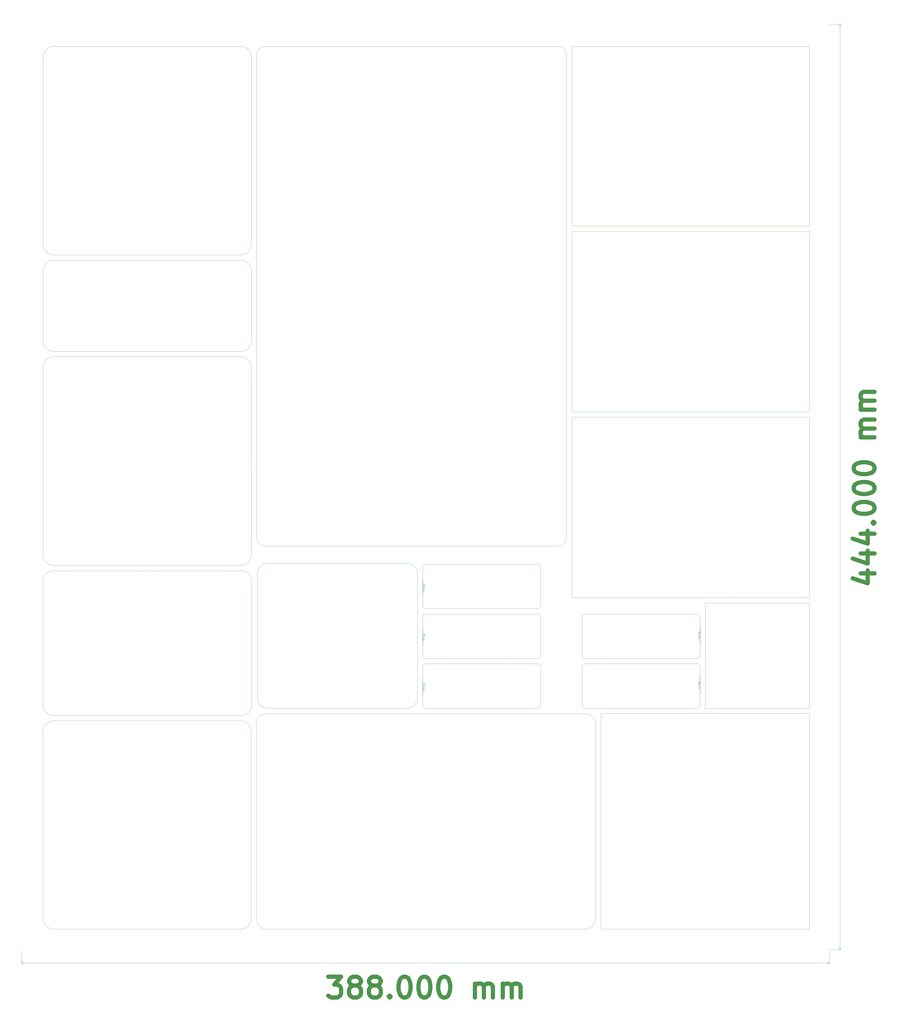
<source format=gbr>
G04 #@! TF.GenerationSoftware,KiCad,Pcbnew,(5.1.5)-3*
G04 #@! TF.CreationDate,2020-11-02T16:30:31-03:00*
G04 #@! TF.ProjectId,panel,70616e65-6c2e-46b6-9963-61645f706362,0.1*
G04 #@! TF.SameCoordinates,Original*
G04 #@! TF.FileFunction,OtherDrawing,Comment*
%FSLAX46Y46*%
G04 Gerber Fmt 4.6, Leading zero omitted, Abs format (unit mm)*
G04 Created by KiCad (PCBNEW (5.1.5)-3) date 2020-11-02 16:30:31*
%MOMM*%
%LPD*%
G04 APERTURE LIST*
%ADD10C,2.000000*%
%ADD11C,0.100000*%
%ADD12C,0.050000*%
%ADD13C,0.075000*%
G04 APERTURE END LIST*
D10*
X-253666666Y-443973826D02*
X-247476190Y-443973826D01*
X-250809523Y-447783350D01*
X-249380952Y-447783350D01*
X-248428571Y-448259540D01*
X-247952380Y-448735731D01*
X-247476190Y-449688112D01*
X-247476190Y-452069064D01*
X-247952380Y-453021445D01*
X-248428571Y-453497636D01*
X-249380952Y-453973826D01*
X-252238095Y-453973826D01*
X-253190476Y-453497636D01*
X-253666666Y-453021445D01*
X-241761904Y-448259540D02*
X-242714285Y-447783350D01*
X-243190476Y-447307159D01*
X-243666666Y-446354778D01*
X-243666666Y-445878588D01*
X-243190476Y-444926207D01*
X-242714285Y-444450017D01*
X-241761904Y-443973826D01*
X-239857142Y-443973826D01*
X-238904761Y-444450017D01*
X-238428571Y-444926207D01*
X-237952380Y-445878588D01*
X-237952380Y-446354778D01*
X-238428571Y-447307159D01*
X-238904761Y-447783350D01*
X-239857142Y-448259540D01*
X-241761904Y-448259540D01*
X-242714285Y-448735731D01*
X-243190476Y-449211921D01*
X-243666666Y-450164302D01*
X-243666666Y-452069064D01*
X-243190476Y-453021445D01*
X-242714285Y-453497636D01*
X-241761904Y-453973826D01*
X-239857142Y-453973826D01*
X-238904761Y-453497636D01*
X-238428571Y-453021445D01*
X-237952380Y-452069064D01*
X-237952380Y-450164302D01*
X-238428571Y-449211921D01*
X-238904761Y-448735731D01*
X-239857142Y-448259540D01*
X-232238095Y-448259540D02*
X-233190476Y-447783350D01*
X-233666666Y-447307159D01*
X-234142857Y-446354778D01*
X-234142857Y-445878588D01*
X-233666666Y-444926207D01*
X-233190476Y-444450017D01*
X-232238095Y-443973826D01*
X-230333333Y-443973826D01*
X-229380952Y-444450017D01*
X-228904761Y-444926207D01*
X-228428571Y-445878588D01*
X-228428571Y-446354778D01*
X-228904761Y-447307159D01*
X-229380952Y-447783350D01*
X-230333333Y-448259540D01*
X-232238095Y-448259540D01*
X-233190476Y-448735731D01*
X-233666666Y-449211921D01*
X-234142857Y-450164302D01*
X-234142857Y-452069064D01*
X-233666666Y-453021445D01*
X-233190476Y-453497636D01*
X-232238095Y-453973826D01*
X-230333333Y-453973826D01*
X-229380952Y-453497636D01*
X-228904761Y-453021445D01*
X-228428571Y-452069064D01*
X-228428571Y-450164302D01*
X-228904761Y-449211921D01*
X-229380952Y-448735731D01*
X-230333333Y-448259540D01*
X-224142857Y-453021445D02*
X-223666666Y-453497636D01*
X-224142857Y-453973826D01*
X-224619047Y-453497636D01*
X-224142857Y-453021445D01*
X-224142857Y-453973826D01*
X-217476190Y-443973826D02*
X-216523809Y-443973826D01*
X-215571428Y-444450017D01*
X-215095238Y-444926207D01*
X-214619047Y-445878588D01*
X-214142857Y-447783350D01*
X-214142857Y-450164302D01*
X-214619047Y-452069064D01*
X-215095238Y-453021445D01*
X-215571428Y-453497636D01*
X-216523809Y-453973826D01*
X-217476190Y-453973826D01*
X-218428571Y-453497636D01*
X-218904761Y-453021445D01*
X-219380952Y-452069064D01*
X-219857142Y-450164302D01*
X-219857142Y-447783350D01*
X-219380952Y-445878588D01*
X-218904761Y-444926207D01*
X-218428571Y-444450017D01*
X-217476190Y-443973826D01*
X-207952380Y-443973826D02*
X-207000000Y-443973826D01*
X-206047619Y-444450017D01*
X-205571428Y-444926207D01*
X-205095238Y-445878588D01*
X-204619047Y-447783350D01*
X-204619047Y-450164302D01*
X-205095238Y-452069064D01*
X-205571428Y-453021445D01*
X-206047619Y-453497636D01*
X-207000000Y-453973826D01*
X-207952380Y-453973826D01*
X-208904761Y-453497636D01*
X-209380952Y-453021445D01*
X-209857142Y-452069064D01*
X-210333333Y-450164302D01*
X-210333333Y-447783350D01*
X-209857142Y-445878588D01*
X-209380952Y-444926207D01*
X-208904761Y-444450017D01*
X-207952380Y-443973826D01*
X-198428571Y-443973826D02*
X-197476190Y-443973826D01*
X-196523809Y-444450017D01*
X-196047619Y-444926207D01*
X-195571428Y-445878588D01*
X-195095238Y-447783350D01*
X-195095238Y-450164302D01*
X-195571428Y-452069064D01*
X-196047619Y-453021445D01*
X-196523809Y-453497636D01*
X-197476190Y-453973826D01*
X-198428571Y-453973826D01*
X-199380952Y-453497636D01*
X-199857142Y-453021445D01*
X-200333333Y-452069064D01*
X-200809523Y-450164302D01*
X-200809523Y-447783350D01*
X-200333333Y-445878588D01*
X-199857142Y-444926207D01*
X-199380952Y-444450017D01*
X-198428571Y-443973826D01*
X-183190476Y-453973826D02*
X-183190476Y-447307159D01*
X-183190476Y-448259540D02*
X-182714285Y-447783350D01*
X-181761904Y-447307159D01*
X-180333333Y-447307159D01*
X-179380952Y-447783350D01*
X-178904761Y-448735731D01*
X-178904761Y-453973826D01*
X-178904761Y-448735731D02*
X-178428571Y-447783350D01*
X-177476190Y-447307159D01*
X-176047619Y-447307159D01*
X-175095238Y-447783350D01*
X-174619047Y-448735731D01*
X-174619047Y-453973826D01*
X-169857142Y-453973826D02*
X-169857142Y-447307159D01*
X-169857142Y-448259540D02*
X-169380952Y-447783350D01*
X-168428571Y-447307159D01*
X-167000000Y-447307159D01*
X-166047619Y-447783350D01*
X-165571428Y-448735731D01*
X-165571428Y-453973826D01*
X-165571428Y-448735731D02*
X-165095238Y-447783350D01*
X-164142857Y-447307159D01*
X-162714285Y-447307159D01*
X-161761904Y-447783350D01*
X-161285714Y-448735731D01*
X-161285714Y-453973826D01*
D11*
X-13000000Y-437350017D02*
X-401000000Y-437350017D01*
X-13000000Y-431000000D02*
X-13000000Y-437936438D01*
X-401000000Y-431000000D02*
X-401000000Y-437936438D01*
X-401000000Y-437350017D02*
X-399873496Y-436763596D01*
X-401000000Y-437350017D02*
X-399873496Y-437936438D01*
X-13000000Y-437350017D02*
X-14126504Y-436763596D01*
X-13000000Y-437350017D02*
X-14126504Y-437936438D01*
D10*
X2037142Y-250428571D02*
X8703809Y-250428571D01*
X-1772380Y-252809523D02*
X5370476Y-255190476D01*
X5370476Y-249000000D01*
X2037142Y-240904761D02*
X8703809Y-240904761D01*
X-1772380Y-243285714D02*
X5370476Y-245666666D01*
X5370476Y-239476190D01*
X2037142Y-231380952D02*
X8703809Y-231380952D01*
X-1772380Y-233761904D02*
X5370476Y-236142857D01*
X5370476Y-229952380D01*
X7751428Y-226142857D02*
X8227619Y-225666666D01*
X8703809Y-226142857D01*
X8227619Y-226619047D01*
X7751428Y-226142857D01*
X8703809Y-226142857D01*
X-1296190Y-219476190D02*
X-1296190Y-218523809D01*
X-820000Y-217571428D01*
X-343809Y-217095238D01*
X608571Y-216619047D01*
X2513333Y-216142857D01*
X4894285Y-216142857D01*
X6799047Y-216619047D01*
X7751428Y-217095238D01*
X8227619Y-217571428D01*
X8703809Y-218523809D01*
X8703809Y-219476190D01*
X8227619Y-220428571D01*
X7751428Y-220904761D01*
X6799047Y-221380952D01*
X4894285Y-221857142D01*
X2513333Y-221857142D01*
X608571Y-221380952D01*
X-343809Y-220904761D01*
X-820000Y-220428571D01*
X-1296190Y-219476190D01*
X-1296190Y-209952380D02*
X-1296190Y-209000000D01*
X-820000Y-208047619D01*
X-343809Y-207571428D01*
X608571Y-207095238D01*
X2513333Y-206619047D01*
X4894285Y-206619047D01*
X6799047Y-207095238D01*
X7751428Y-207571428D01*
X8227619Y-208047619D01*
X8703809Y-209000000D01*
X8703809Y-209952380D01*
X8227619Y-210904761D01*
X7751428Y-211380952D01*
X6799047Y-211857142D01*
X4894285Y-212333333D01*
X2513333Y-212333333D01*
X608571Y-211857142D01*
X-343809Y-211380952D01*
X-820000Y-210904761D01*
X-1296190Y-209952380D01*
X-1296190Y-200428571D02*
X-1296190Y-199476190D01*
X-819999Y-198523809D01*
X-343809Y-198047619D01*
X608571Y-197571428D01*
X2513333Y-197095238D01*
X4894285Y-197095238D01*
X6799047Y-197571428D01*
X7751428Y-198047619D01*
X8227619Y-198523809D01*
X8703809Y-199476190D01*
X8703809Y-200428571D01*
X8227619Y-201380952D01*
X7751428Y-201857142D01*
X6799047Y-202333333D01*
X4894285Y-202809523D01*
X2513333Y-202809523D01*
X608571Y-202333333D01*
X-343809Y-201857142D01*
X-819999Y-201380952D01*
X-1296190Y-200428571D01*
X8703809Y-185190476D02*
X2037142Y-185190476D01*
X2989523Y-185190476D02*
X2513333Y-184714285D01*
X2037142Y-183761904D01*
X2037142Y-182333333D01*
X2513333Y-181380952D01*
X3465714Y-180904761D01*
X8703809Y-180904761D01*
X3465714Y-180904761D02*
X2513333Y-180428571D01*
X2037142Y-179476190D01*
X2037142Y-178047619D01*
X2513333Y-177095238D01*
X3465714Y-176619047D01*
X8703809Y-176619047D01*
X8703809Y-171857142D02*
X2037142Y-171857142D01*
X2989523Y-171857142D02*
X2513333Y-171380952D01*
X2037142Y-170428571D01*
X2037142Y-169000000D01*
X2513333Y-168047619D01*
X3465714Y-167571428D01*
X8703809Y-167571428D01*
X3465714Y-167571428D02*
X2513333Y-167095238D01*
X2037142Y-166142857D01*
X2037142Y-164714285D01*
X2513333Y-163761904D01*
X3465714Y-163285714D01*
X8703809Y-163285714D01*
D11*
X-7920000Y-431000000D02*
X-7920000Y13000000D01*
X-13000000Y-431000000D02*
X-7333579Y-431000000D01*
X-13000000Y13000000D02*
X-7333579Y13000000D01*
X-7920000Y13000000D02*
X-7333579Y11873496D01*
X-7920000Y13000000D02*
X-8506421Y11873496D01*
X-7920000Y-431000000D02*
X-7333579Y-429873496D01*
X-7920000Y-431000000D02*
X-8506421Y-429873496D01*
X-208261026Y-313586240D02*
X-208261026Y-295298240D01*
X-208261026Y-295298240D02*
G75*
G02X-206737026Y-293774240I1524000J0D01*
G01*
X-206737026Y-315110240D02*
G75*
G02X-208261026Y-313586240I0J1524000D01*
G01*
X-153143026Y-293774240D02*
G75*
G02X-151619026Y-295298240I0J-1524000D01*
G01*
X-151619026Y-295298240D02*
X-151619026Y-313586240D01*
X-151619026Y-313586240D02*
G75*
G02X-153143026Y-315110240I-1524000J0D01*
G01*
X-153143026Y-315110240D02*
X-206737026Y-315110240D01*
X-206737026Y-293774240D02*
X-153143026Y-293774240D01*
X-151644426Y-289710240D02*
G75*
G02X-153168426Y-291234240I-1524000J0D01*
G01*
X-208286426Y-289710240D02*
X-208286426Y-271422240D01*
X-151644426Y-271422240D02*
X-151644426Y-289710240D01*
X-153168426Y-291234240D02*
X-206762426Y-291234240D01*
X-153168426Y-269898240D02*
G75*
G02X-151644426Y-271422240I0J-1524000D01*
G01*
X-206762426Y-269898240D02*
X-153168426Y-269898240D01*
X-206762426Y-291234240D02*
G75*
G02X-208286426Y-289710240I0J1524000D01*
G01*
X-208286426Y-271422240D02*
G75*
G02X-206762426Y-269898240I1524000J0D01*
G01*
X-206762426Y-245996840D02*
X-153168426Y-245996840D01*
X-208286426Y-265808840D02*
X-208286426Y-247520840D01*
X-151644426Y-247520840D02*
X-151644426Y-265808840D01*
X-153168426Y-267332840D02*
X-206762426Y-267332840D01*
X-151644426Y-265808840D02*
G75*
G02X-153168426Y-267332840I-1524000J0D01*
G01*
X-206762426Y-267332840D02*
G75*
G02X-208286426Y-265808840I0J1524000D01*
G01*
X-208286426Y-247520840D02*
G75*
G02X-206762426Y-245996840I1524000J0D01*
G01*
X-153168426Y-245996840D02*
G75*
G02X-151644426Y-247520840I0J-1524000D01*
G01*
X-76650774Y-291238560D02*
X-130244774Y-291238560D01*
X-75126774Y-271426560D02*
X-75126774Y-289714560D01*
X-131768774Y-289714560D02*
X-131768774Y-271426560D01*
X-130244774Y-269902560D02*
X-76650774Y-269902560D01*
X-131768774Y-271426560D02*
G75*
G02X-130244774Y-269902560I1524000J0D01*
G01*
X-76650774Y-269902560D02*
G75*
G02X-75126774Y-271426560I0J-1524000D01*
G01*
X-75126774Y-289714560D02*
G75*
G02X-76650774Y-291238560I-1524000J0D01*
G01*
X-130244774Y-291238560D02*
G75*
G02X-131768774Y-289714560I0J1524000D01*
G01*
D12*
X-210820000Y-310057800D02*
G75*
G02X-215900000Y-315137800I-5080000J0D01*
G01*
X-287832800Y-310055640D02*
X-287832800Y-250623960D01*
X-210820000Y-309958360D02*
X-210820000Y-250444000D01*
X-282752800Y-315135640D02*
X-215900000Y-315137800D01*
X-282752800Y-245541800D02*
X-215900000Y-245516400D01*
X-215900000Y-245516400D02*
G75*
G02X-210820000Y-250596400I0J-5080000D01*
G01*
X-282752800Y-315135640D02*
G75*
G02X-287832800Y-310055640I0J5080000D01*
G01*
X-287832800Y-250621800D02*
G75*
G02X-282752800Y-245541800I5080000J0D01*
G01*
X-22606000Y-421131040D02*
X-22606000Y-317703200D01*
D11*
X-136645574Y-175439960D02*
X-22599574Y-175439960D01*
X-136645574Y-262053960D02*
X-136645574Y-175439960D01*
X-22599574Y-262053960D02*
X-136645574Y-262053960D01*
X-22599574Y-175439960D02*
X-22599574Y-262053960D01*
D12*
X-22606000Y-421131040D02*
X-122682000Y-421132000D01*
X-122682000Y-317703200D02*
X-22606000Y-317703200D01*
X-122682000Y-421132000D02*
X-122682000Y-317703200D01*
D11*
X-22599574Y-172899960D02*
X-136645574Y-172899960D01*
X-22599574Y-86285960D02*
X-22599574Y-172899960D01*
X-136645574Y-86285960D02*
X-22599574Y-86285960D01*
X-136645574Y-172899960D02*
X-136645574Y-86285960D01*
D12*
X-288200174Y-322784160D02*
X-288195174Y-416074160D01*
X-269810574Y-317704160D02*
X-283120174Y-317704160D01*
X-125237574Y-322784160D02*
X-125237574Y-416004161D01*
X-130336775Y-421150199D02*
X-269806006Y-421150199D01*
X-269810574Y-317704160D02*
X-130317574Y-317704160D01*
X-130317574Y-317704160D02*
G75*
G02X-125237574Y-322784160I0J-5080000D01*
G01*
X-283113151Y-421154522D02*
G75*
G02X-288195174Y-416074160I66557J5148602D01*
G01*
X-288200174Y-322784160D02*
G75*
G02X-283120174Y-317704160I5080000J0D01*
G01*
X-125241285Y-416007252D02*
G75*
G02X-130336775Y-421150199I-5146289J3092D01*
G01*
X-269806006Y-421150199D02*
X-283115606Y-421150199D01*
X-390723074Y-326239760D02*
X-390723074Y-416079760D01*
X-290723074Y-416079760D02*
G75*
G02X-295803074Y-421159760I-5080000J0D01*
G01*
X-385643074Y-421159760D02*
X-295803074Y-421159760D01*
X-295803074Y-321159760D02*
G75*
G02X-290723074Y-326239760I0J-5080000D01*
G01*
X-290723074Y-326239760D02*
X-290723074Y-416079760D01*
X-385643074Y-421159760D02*
G75*
G02X-390723074Y-416079760I0J5080000D01*
G01*
X-390723074Y-326239760D02*
G75*
G02X-385643074Y-321159760I5080000J0D01*
G01*
X-385643074Y-321159760D02*
X-295803074Y-321159760D01*
D11*
X-22574174Y2468800D02*
X-22574174Y-83745960D01*
X-136620174Y-83745960D02*
X-136620174Y2468800D01*
X-136622800Y2468800D02*
X-22576800Y2468800D01*
X-22574174Y-83745960D02*
X-136620174Y-83745960D01*
D12*
X-295649574Y-100154360D02*
G75*
G02X-290569574Y-105234360I0J-5080000D01*
G01*
X-290569574Y-138813160D02*
G75*
G02X-295649574Y-143893160I-5080000J0D01*
G01*
X-390645574Y-105234360D02*
G75*
G02X-385565574Y-100154360I5080000J0D01*
G01*
X-290569574Y-138813160D02*
X-290569574Y-105234360D01*
X-385565574Y-143893160D02*
G75*
G02X-390645574Y-138813160I0J5080000D01*
G01*
X-295649574Y-100154360D02*
X-385565574Y-100154360D01*
X-390645574Y-138813160D02*
X-390645574Y-105234360D01*
X-385565574Y-143893160D02*
X-295649574Y-143893160D01*
X-290578289Y-92487562D02*
X-290593780Y-2622360D01*
X-290578290Y-92490653D02*
G75*
G02X-295673780Y-97633600I-5146289J3092D01*
G01*
X-385589774Y-97618360D02*
X-295673780Y-97633600D01*
X-390669780Y-2622360D02*
X-390669780Y-92538360D01*
X-295673780Y2457640D02*
X-385589780Y2457640D01*
X-390669780Y-2622360D02*
G75*
G02X-385589780Y2457640I5080000J0D01*
G01*
X-295673780Y2457640D02*
G75*
G02X-290593780Y-2622360I0J-5080000D01*
G01*
X-385587757Y-97618722D02*
G75*
G02X-390669780Y-92538360I66557J5148602D01*
G01*
X-295725774Y-146433160D02*
X-385590974Y-146433160D01*
X-385590974Y-246559960D02*
X-295674974Y-246559960D01*
X-290594974Y-241479960D02*
G75*
G02X-295674974Y-246559960I-5080000J0D01*
G01*
X-390670974Y-151513160D02*
X-390670974Y-241479960D01*
X-290594974Y-241479960D02*
X-290645774Y-151513160D01*
X-390670974Y-151513160D02*
G75*
G02X-385590974Y-146433160I5080000J0D01*
G01*
X-385590974Y-246559960D02*
G75*
G02X-390670974Y-241479960I0J5080000D01*
G01*
X-295725774Y-146433160D02*
G75*
G02X-290645774Y-151513160I0J-5080000D01*
G01*
X-385641774Y-318619760D02*
X-295471774Y-318619760D01*
X-390721774Y-313539760D02*
X-390721774Y-254205360D01*
X-385641774Y-249125360D02*
X-295471774Y-249125360D01*
X-290391774Y-313539760D02*
X-290391774Y-254205360D01*
X-290391774Y-313539760D02*
G75*
G02X-295471774Y-318619760I-5080000J0D01*
G01*
X-390721774Y-254205360D02*
G75*
G02X-385641774Y-249125360I5080000J0D01*
G01*
X-385641774Y-318619760D02*
G75*
G02X-390721774Y-313539760I0J5080000D01*
G01*
X-295471774Y-249125360D02*
G75*
G02X-290391774Y-254205360I0J-5080000D01*
G01*
D11*
X-131768774Y-295327960D02*
G75*
G02X-130244774Y-293803960I1524000J0D01*
G01*
X-130244774Y-315139960D02*
G75*
G02X-131768774Y-313615960I0J1524000D01*
G01*
X-75126774Y-313615960D02*
G75*
G02X-76650774Y-315139960I-1524000J0D01*
G01*
X-76650774Y-293803960D02*
G75*
G02X-75126774Y-295327960I0J-1524000D01*
G01*
X-130244774Y-293803960D02*
X-76650774Y-293803960D01*
X-131768774Y-313615960D02*
X-131768774Y-295327960D01*
X-76650774Y-315139960D02*
X-130244774Y-315139960D01*
X-75126774Y-295327960D02*
X-75126774Y-313615960D01*
D12*
X-288029574Y-1602360D02*
G75*
G02X-283965574Y2461640I4064000J0D01*
G01*
X-143249574Y2461640D02*
G75*
G02X-139185574Y-1602360I0J-4064000D01*
G01*
X-283965574Y-237314360D02*
G75*
G02X-288029574Y-233250360I0J4064000D01*
G01*
X-139185574Y-233250360D02*
G75*
G02X-143249574Y-237314360I-4064000J0D01*
G01*
X-283965574Y-237314360D02*
X-143249574Y-237314360D01*
X-288029574Y-1602360D02*
X-288029574Y-233250360D01*
X-143249574Y2461640D02*
X-283965574Y2461640D01*
X-139185574Y-233250360D02*
X-139185574Y-1602360D01*
D11*
X-22601800Y-264637600D02*
X-22606000Y-315163200D01*
X-72601800Y-264637600D02*
X-22601800Y-264637600D01*
X-72618600Y-315163200D02*
X-72601800Y-264637600D01*
X-22606000Y-315163200D02*
X-72606000Y-315163200D01*
X-208369600Y-277000800D02*
X-208369600Y-285000800D01*
X-208344200Y-300876800D02*
X-208344200Y-308876800D01*
X-75059400Y-284110800D02*
X-75059400Y-276110800D01*
X-75059400Y-308012200D02*
X-75059400Y-300012200D01*
D12*
X-150304200Y-254738400D02*
G75*
G03X-150304200Y-254738400I-60000J0D01*
G01*
X-150304200Y-259862400D02*
G75*
G03X-150304200Y-259862400I-60000J0D01*
G01*
X-150278800Y-282925600D02*
G75*
G03X-150278800Y-282925600I-60000J0D01*
G01*
X-150278800Y-277801600D02*
G75*
G03X-150278800Y-277801600I-60000J0D01*
G01*
X-150278800Y-301398200D02*
G75*
G03X-150278800Y-301398200I-60000J0D01*
G01*
X-150278800Y-306522200D02*
G75*
G03X-150278800Y-306522200I-60000J0D01*
G01*
X-132981400Y-277490000D02*
G75*
G03X-132981400Y-277490000I-60000J0D01*
G01*
X-132981400Y-282614000D02*
G75*
G03X-132981400Y-282614000I-60000J0D01*
G01*
X-133006800Y-306210600D02*
G75*
G03X-133006800Y-306210600I-60000J0D01*
G01*
X-133006800Y-301086600D02*
G75*
G03X-133006800Y-301086600I-60000J0D01*
G01*
X-123812000Y-263342200D02*
G75*
G03X-123812000Y-263342200I-60000J0D01*
G01*
X-118688000Y-263342200D02*
G75*
G03X-118688000Y-263342200I-60000J0D01*
G01*
X-80588000Y-263316800D02*
G75*
G03X-80588000Y-263316800I-60000J0D01*
G01*
X-85712000Y-263316800D02*
G75*
G03X-85712000Y-263316800I-60000J0D01*
G01*
X-85756000Y-268574600D02*
G75*
G03X-85756000Y-268574600I-60000J0D01*
G01*
X-80632000Y-268574600D02*
G75*
G03X-80632000Y-268574600I-60000J0D01*
G01*
X-118732000Y-268600000D02*
G75*
G03X-118732000Y-268600000I-60000J0D01*
G01*
X-123856000Y-268600000D02*
G75*
G03X-123856000Y-268600000I-60000J0D01*
G01*
X-204120000Y-244724000D02*
G75*
G03X-204120000Y-244724000I-60000J0D01*
G01*
X-198996000Y-244724000D02*
G75*
G03X-198996000Y-244724000I-60000J0D01*
G01*
X-160896000Y-244698600D02*
G75*
G03X-160896000Y-244698600I-60000J0D01*
G01*
X-166020000Y-244698600D02*
G75*
G03X-166020000Y-244698600I-60000J0D01*
G01*
X-225456000Y-244216000D02*
G75*
G03X-225456000Y-244216000I-60000J0D01*
G01*
X-220332000Y-244216000D02*
G75*
G03X-220332000Y-244216000I-60000J0D01*
G01*
X-275526200Y-244241400D02*
G75*
G03X-275526200Y-244241400I-60000J0D01*
G01*
X-280650200Y-244241400D02*
G75*
G03X-280650200Y-244241400I-60000J0D01*
G01*
X-21246800Y-279268000D02*
G75*
G03X-21246800Y-279268000I-60000J0D01*
G01*
X-21246800Y-274144000D02*
G75*
G03X-21246800Y-274144000I-60000J0D01*
G01*
X-21246800Y-303100000D02*
G75*
G03X-21246800Y-303100000I-60000J0D01*
G01*
X-21246800Y-308224000D02*
G75*
G03X-21246800Y-308224000I-60000J0D01*
G01*
X-21246800Y-374264000D02*
G75*
G03X-21246800Y-374264000I-60000J0D01*
G01*
X-21246800Y-369140000D02*
G75*
G03X-21246800Y-369140000I-60000J0D01*
G01*
X-21246800Y-409780000D02*
G75*
G03X-21246800Y-409780000I-60000J0D01*
G01*
X-21246800Y-414904000D02*
G75*
G03X-21246800Y-414904000I-60000J0D01*
G01*
X-21246800Y-327992000D02*
G75*
G03X-21246800Y-327992000I-60000J0D01*
G01*
X-21246800Y-333116000D02*
G75*
G03X-21246800Y-333116000I-60000J0D01*
G01*
X-21246800Y-216105000D02*
G75*
G03X-21246800Y-216105000I-60000J0D01*
G01*
X-21246800Y-221229000D02*
G75*
G03X-21246800Y-221229000I-60000J0D01*
G01*
X-21246800Y-257424000D02*
G75*
G03X-21246800Y-257424000I-60000J0D01*
G01*
X-21246800Y-252300000D02*
G75*
G03X-21246800Y-252300000I-60000J0D01*
G01*
X-21246800Y-187828000D02*
G75*
G03X-21246800Y-187828000I-60000J0D01*
G01*
X-21246800Y-182704000D02*
G75*
G03X-21246800Y-182704000I-60000J0D01*
G01*
X-21246800Y-162892000D02*
G75*
G03X-21246800Y-162892000I-60000J0D01*
G01*
X-21246800Y-168016000D02*
G75*
G03X-21246800Y-168016000I-60000J0D01*
G01*
X-21246800Y-131821000D02*
G75*
G03X-21246800Y-131821000I-60000J0D01*
G01*
X-21246800Y-126697000D02*
G75*
G03X-21246800Y-126697000I-60000J0D01*
G01*
X-21246800Y-93296000D02*
G75*
G03X-21246800Y-93296000I-60000J0D01*
G01*
X-21246800Y-98420000D02*
G75*
G03X-21246800Y-98420000I-60000J0D01*
G01*
X-21246800Y-36781000D02*
G75*
G03X-21246800Y-36781000I-60000J0D01*
G01*
X-21246800Y-41905000D02*
G75*
G03X-21246800Y-41905000I-60000J0D01*
G01*
X-21246800Y-78100000D02*
G75*
G03X-21246800Y-78100000I-60000J0D01*
G01*
X-21246800Y-72976000D02*
G75*
G03X-21246800Y-72976000I-60000J0D01*
G01*
X-21246800Y-8504000D02*
G75*
G03X-21246800Y-8504000I-60000J0D01*
G01*
X-21246800Y-3380000D02*
G75*
G03X-21246800Y-3380000I-60000J0D01*
G01*
X-391909000Y-123991000D02*
G75*
G03X-391909000Y-123991000I-60000J0D01*
G01*
X-391909000Y-118867000D02*
G75*
G03X-391909000Y-118867000I-60000J0D01*
G01*
X-391909000Y-260345000D02*
G75*
G03X-391909000Y-260345000I-60000J0D01*
G01*
X-391909000Y-265469000D02*
G75*
G03X-391909000Y-265469000I-60000J0D01*
G01*
X-391909000Y-307379000D02*
G75*
G03X-391909000Y-307379000I-60000J0D01*
G01*
X-391909000Y-302255000D02*
G75*
G03X-391909000Y-302255000I-60000J0D01*
G01*
X-391909000Y-336589000D02*
G75*
G03X-391909000Y-336589000I-60000J0D01*
G01*
X-391909000Y-331465000D02*
G75*
G03X-391909000Y-331465000I-60000J0D01*
G01*
X-391909000Y-367025000D02*
G75*
G03X-391909000Y-367025000I-60000J0D01*
G01*
X-391909000Y-372149000D02*
G75*
G03X-391909000Y-372149000I-60000J0D01*
G01*
X-391909000Y-414059000D02*
G75*
G03X-391909000Y-414059000I-60000J0D01*
G01*
X-391909000Y-408935000D02*
G75*
G03X-391909000Y-408935000I-60000J0D01*
G01*
X-391909000Y-233040000D02*
G75*
G03X-391909000Y-233040000I-60000J0D01*
G01*
X-391909000Y-238164000D02*
G75*
G03X-391909000Y-238164000I-60000J0D01*
G01*
X-391909000Y-196254000D02*
G75*
G03X-391909000Y-196254000I-60000J0D01*
G01*
X-391909000Y-191130000D02*
G75*
G03X-391909000Y-191130000I-60000J0D01*
G01*
X-391909000Y-155570000D02*
G75*
G03X-391909000Y-155570000I-60000J0D01*
G01*
X-391909000Y-160694000D02*
G75*
G03X-391909000Y-160694000I-60000J0D01*
G01*
X-391909000Y-89574000D02*
G75*
G03X-391909000Y-89574000I-60000J0D01*
G01*
X-391909000Y-84450000D02*
G75*
G03X-391909000Y-84450000I-60000J0D01*
G01*
X-391909000Y-12104000D02*
G75*
G03X-391909000Y-12104000I-60000J0D01*
G01*
X-391909000Y-6980000D02*
G75*
G03X-391909000Y-6980000I-60000J0D01*
G01*
X-391909000Y-42540000D02*
G75*
G03X-391909000Y-42540000I-60000J0D01*
G01*
X-391909000Y-47664000D02*
G75*
G03X-391909000Y-47664000I-60000J0D01*
G01*
X-280199800Y-238602600D02*
G75*
G03X-280199800Y-238602600I-60000J0D01*
G01*
X-275075800Y-238602600D02*
G75*
G03X-275075800Y-238602600I-60000J0D01*
G01*
X-145789800Y-238602600D02*
G75*
G03X-145789800Y-238602600I-60000J0D01*
G01*
X-150913800Y-238602600D02*
G75*
G03X-150913800Y-238602600I-60000J0D01*
G01*
X-233165800Y-238602600D02*
G75*
G03X-233165800Y-238602600I-60000J0D01*
G01*
X-238289800Y-238602600D02*
G75*
G03X-238289800Y-238602600I-60000J0D01*
G01*
X-197649800Y-238602600D02*
G75*
G03X-197649800Y-238602600I-60000J0D01*
G01*
X-192525800Y-238602600D02*
G75*
G03X-192525800Y-238602600I-60000J0D01*
G01*
X-113398000Y-422447800D02*
G75*
G03X-113398000Y-422447800I-60000J0D01*
G01*
X-108274000Y-422447800D02*
G75*
G03X-108274000Y-422447800I-60000J0D01*
G01*
X-280911000Y-422447800D02*
G75*
G03X-280911000Y-422447800I-60000J0D01*
G01*
X-275787000Y-422447800D02*
G75*
G03X-275787000Y-422447800I-60000J0D01*
G01*
X-383501600Y-422422400D02*
G75*
G03X-383501600Y-422422400I-60000J0D01*
G01*
X-378377600Y-422422400D02*
G75*
G03X-378377600Y-422422400I-60000J0D01*
G01*
X-306031600Y-422447800D02*
G75*
G03X-306031600Y-422447800I-60000J0D01*
G01*
X-300907600Y-422447800D02*
G75*
G03X-300907600Y-422447800I-60000J0D01*
G01*
X-31642200Y-422422400D02*
G75*
G03X-31642200Y-422422400I-60000J0D01*
G01*
X-36766200Y-422422400D02*
G75*
G03X-36766200Y-422422400I-60000J0D01*
G01*
X-133496200Y-422447800D02*
G75*
G03X-133496200Y-422447800I-60000J0D01*
G01*
X-138620200Y-422447800D02*
G75*
G03X-138620200Y-422447800I-60000J0D01*
G01*
X-220872200Y-422447800D02*
G75*
G03X-220872200Y-422447800I-60000J0D01*
G01*
X-225996200Y-422447800D02*
G75*
G03X-225996200Y-422447800I-60000J0D01*
G01*
X-342817600Y-422447800D02*
G75*
G03X-342817600Y-422447800I-60000J0D01*
G01*
X-347941600Y-422447800D02*
G75*
G03X-347941600Y-422447800I-60000J0D01*
G01*
X-78676200Y-422422400D02*
G75*
G03X-78676200Y-422422400I-60000J0D01*
G01*
X-73552200Y-422422400D02*
G75*
G03X-73552200Y-422422400I-60000J0D01*
G01*
X-185356200Y-422447800D02*
G75*
G03X-185356200Y-422447800I-60000J0D01*
G01*
X-180232200Y-422447800D02*
G75*
G03X-180232200Y-422447800I-60000J0D01*
G01*
X-114966000Y3738800D02*
G75*
G03X-114966000Y3738800I-60000J0D01*
G01*
X-109842000Y3738800D02*
G75*
G03X-109842000Y3738800I-60000J0D01*
G01*
X-37496000Y3738800D02*
G75*
G03X-37496000Y3738800I-60000J0D01*
G01*
X-32372000Y3738800D02*
G75*
G03X-32372000Y3738800I-60000J0D01*
G01*
X-67932000Y3738800D02*
G75*
G03X-67932000Y3738800I-60000J0D01*
G01*
X-73056000Y3738800D02*
G75*
G03X-73056000Y3738800I-60000J0D01*
G01*
X-379082000Y3738800D02*
G75*
G03X-379082000Y3738800I-60000J0D01*
G01*
X-384206000Y3738800D02*
G75*
G03X-384206000Y3738800I-60000J0D01*
G01*
X-342296000Y3738800D02*
G75*
G03X-342296000Y3738800I-60000J0D01*
G01*
X-337172000Y3738800D02*
G75*
G03X-337172000Y3738800I-60000J0D01*
G01*
X-301612000Y3738800D02*
G75*
G03X-301612000Y3738800I-60000J0D01*
G01*
X-306736000Y3738800D02*
G75*
G03X-306736000Y3738800I-60000J0D01*
G01*
X-235616000Y3738800D02*
G75*
G03X-235616000Y3738800I-60000J0D01*
G01*
X-230492000Y3738800D02*
G75*
G03X-230492000Y3738800I-60000J0D01*
G01*
X-189852000Y3738800D02*
G75*
G03X-189852000Y3738800I-60000J0D01*
G01*
X-194976000Y3738800D02*
G75*
G03X-194976000Y3738800I-60000J0D01*
G01*
X-153066000Y3738800D02*
G75*
G03X-153066000Y3738800I-60000J0D01*
G01*
X-147942000Y3738800D02*
G75*
G03X-147942000Y3738800I-60000J0D01*
G01*
X-277228000Y3738800D02*
G75*
G03X-277228000Y3738800I-60000J0D01*
G01*
X-282352000Y3738800D02*
G75*
G03X-282352000Y3738800I-60000J0D01*
G01*
X-160932000Y-316433200D02*
G75*
G03X-160932000Y-316433200I-60000J0D01*
G01*
X-166056000Y-316433200D02*
G75*
G03X-166056000Y-316433200I-60000J0D01*
G01*
X-204486200Y-316407800D02*
G75*
G03X-204486200Y-316407800I-60000J0D01*
G01*
X-199362200Y-316407800D02*
G75*
G03X-199362200Y-316407800I-60000J0D01*
G01*
X-209490000Y-307162200D02*
G75*
G03X-209490000Y-307162200I-60000J0D01*
G01*
X-209490000Y-302038200D02*
G75*
G03X-209490000Y-302038200I-60000J0D01*
G01*
X-166081400Y-292506400D02*
G75*
G03X-166081400Y-292506400I-60000J0D01*
G01*
X-160957400Y-292506400D02*
G75*
G03X-160957400Y-292506400I-60000J0D01*
G01*
X-199387600Y-292481000D02*
G75*
G03X-199387600Y-292481000I-60000J0D01*
G01*
X-204511600Y-292481000D02*
G75*
G03X-204511600Y-292481000I-60000J0D01*
G01*
X-209490000Y-259359400D02*
G75*
G03X-209490000Y-259359400I-60000J0D01*
G01*
X-209490000Y-254235400D02*
G75*
G03X-209490000Y-254235400I-60000J0D01*
G01*
X-160982800Y-268630400D02*
G75*
G03X-160982800Y-268630400I-60000J0D01*
G01*
X-166106800Y-268630400D02*
G75*
G03X-166106800Y-268630400I-60000J0D01*
G01*
X-204537000Y-268605000D02*
G75*
G03X-204537000Y-268605000I-60000J0D01*
G01*
X-199413000Y-268605000D02*
G75*
G03X-199413000Y-268605000I-60000J0D01*
G01*
X-209490000Y-278136800D02*
G75*
G03X-209490000Y-278136800I-60000J0D01*
G01*
X-209490000Y-283260800D02*
G75*
G03X-209490000Y-283260800I-60000J0D01*
G01*
X-83880200Y-292531800D02*
G75*
G03X-83880200Y-292531800I-60000J0D01*
G01*
X-78756200Y-292531800D02*
G75*
G03X-78756200Y-292531800I-60000J0D01*
G01*
X-73803200Y-277876000D02*
G75*
G03X-73803200Y-277876000I-60000J0D01*
G01*
X-73803200Y-283000000D02*
G75*
G03X-73803200Y-283000000I-60000J0D01*
G01*
X-117186400Y-292506400D02*
G75*
G03X-117186400Y-292506400I-60000J0D01*
G01*
X-122310400Y-292506400D02*
G75*
G03X-122310400Y-292506400I-60000J0D01*
G01*
X-73803200Y-306901400D02*
G75*
G03X-73803200Y-306901400I-60000J0D01*
G01*
X-73803200Y-301777400D02*
G75*
G03X-73803200Y-301777400I-60000J0D01*
G01*
X-122310400Y-316407800D02*
G75*
G03X-122310400Y-316407800I-60000J0D01*
G01*
X-117186400Y-316407800D02*
G75*
G03X-117186400Y-316407800I-60000J0D01*
G01*
X-78756200Y-316433200D02*
G75*
G03X-78756200Y-316433200I-60000J0D01*
G01*
X-83880200Y-316433200D02*
G75*
G03X-83880200Y-316433200I-60000J0D01*
G01*
X-289042800Y-256540000D02*
G75*
G03X-289042800Y-256540000I-60000J0D01*
G01*
X-289042800Y-261664000D02*
G75*
G03X-289042800Y-261664000I-60000J0D01*
G01*
X-289042800Y-309924000D02*
G75*
G03X-289042800Y-309924000I-60000J0D01*
G01*
X-289042800Y-304800000D02*
G75*
G03X-289042800Y-304800000I-60000J0D01*
G01*
X-275955374Y-316433200D02*
G75*
G03X-275955374Y-316433200I-60000J0D01*
G01*
X-281079374Y-316433200D02*
G75*
G03X-281079374Y-316433200I-60000J0D01*
G01*
X-223504000Y-316433200D02*
G75*
G03X-223504000Y-316433200I-60000J0D01*
G01*
X-218380000Y-316433200D02*
G75*
G03X-218380000Y-316433200I-60000J0D01*
G01*
X-29962800Y-316433200D02*
G75*
G03X-29962800Y-316433200I-60000J0D01*
G01*
X-35086800Y-316433200D02*
G75*
G03X-35086800Y-316433200I-60000J0D01*
G01*
X-65414400Y-316433200D02*
G75*
G03X-65414400Y-316433200I-60000J0D01*
G01*
X-60290400Y-316433200D02*
G75*
G03X-60290400Y-316433200I-60000J0D01*
G01*
X-60290400Y-263347200D02*
G75*
G03X-60290400Y-263347200I-60000J0D01*
G01*
X-65414400Y-263347200D02*
G75*
G03X-65414400Y-263347200I-60000J0D01*
G01*
X-35086800Y-263347200D02*
G75*
G03X-35086800Y-263347200I-60000J0D01*
G01*
X-29962800Y-263347200D02*
G75*
G03X-29962800Y-263347200I-60000J0D01*
G01*
X-123915240Y-328085374D02*
G75*
G03X-123915240Y-328085374I-60000J0D01*
G01*
X-123915240Y-333209374D02*
G75*
G03X-123915240Y-333209374I-60000J0D01*
G01*
X-123915240Y-415759374D02*
G75*
G03X-123915240Y-415759374I-60000J0D01*
G01*
X-123915240Y-410635374D02*
G75*
G03X-123915240Y-410635374I-60000J0D01*
G01*
X-123915240Y-368852374D02*
G75*
G03X-123915240Y-368852374I-60000J0D01*
G01*
X-123915240Y-373976374D02*
G75*
G03X-123915240Y-373976374I-60000J0D01*
G01*
X-137836600Y-220643000D02*
G75*
G03X-137836600Y-220643000I-60000J0D01*
G01*
X-137836600Y-215519000D02*
G75*
G03X-137836600Y-215519000I-60000J0D01*
G01*
X-137836600Y-187750000D02*
G75*
G03X-137836600Y-187750000I-60000J0D01*
G01*
X-137836600Y-182626000D02*
G75*
G03X-137836600Y-182626000I-60000J0D01*
G01*
X-82007400Y-174167800D02*
G75*
G03X-82007400Y-174167800I-60000J0D01*
G01*
X-76883400Y-174167800D02*
G75*
G03X-76883400Y-174167800I-60000J0D01*
G01*
X-127930600Y-174167800D02*
G75*
G03X-127930600Y-174167800I-60000J0D01*
G01*
X-122806600Y-174167800D02*
G75*
G03X-122806600Y-174167800I-60000J0D01*
G01*
X-31341200Y-174167800D02*
G75*
G03X-31341200Y-174167800I-60000J0D01*
G01*
X-36465200Y-174167800D02*
G75*
G03X-36465200Y-174167800I-60000J0D01*
G01*
X-76883400Y-85013800D02*
G75*
G03X-76883400Y-85013800I-60000J0D01*
G01*
X-82007400Y-85013800D02*
G75*
G03X-82007400Y-85013800I-60000J0D01*
G01*
X-36465200Y-85013800D02*
G75*
G03X-36465200Y-85013800I-60000J0D01*
G01*
X-31341200Y-85013800D02*
G75*
G03X-31341200Y-85013800I-60000J0D01*
G01*
X-122806600Y-85013800D02*
G75*
G03X-122806600Y-85013800I-60000J0D01*
G01*
X-127930600Y-85013800D02*
G75*
G03X-127930600Y-85013800I-60000J0D01*
G01*
X-137836600Y-167557000D02*
G75*
G03X-137836600Y-167557000I-60000J0D01*
G01*
X-137836600Y-162433000D02*
G75*
G03X-137836600Y-162433000I-60000J0D01*
G01*
X-137836600Y-126365000D02*
G75*
G03X-137836600Y-126365000I-60000J0D01*
G01*
X-137836600Y-131489000D02*
G75*
G03X-137836600Y-131489000I-60000J0D01*
G01*
X-137836600Y-93472000D02*
G75*
G03X-137836600Y-93472000I-60000J0D01*
G01*
X-137836600Y-98596000D02*
G75*
G03X-137836600Y-98596000I-60000J0D01*
G01*
X-137836600Y-8807000D02*
G75*
G03X-137836600Y-8807000I-60000J0D01*
G01*
X-137836600Y-3683000D02*
G75*
G03X-137836600Y-3683000I-60000J0D01*
G01*
X-137836600Y-72644000D02*
G75*
G03X-137836600Y-72644000I-60000J0D01*
G01*
X-137836600Y-77768000D02*
G75*
G03X-137836600Y-77768000I-60000J0D01*
G01*
X-137836600Y-41700000D02*
G75*
G03X-137836600Y-41700000I-60000J0D01*
G01*
X-137836600Y-36576000D02*
G75*
G03X-137836600Y-36576000I-60000J0D01*
G01*
X-289396240Y-410635374D02*
G75*
G03X-289396240Y-410635374I-60000J0D01*
G01*
X-289396240Y-415759374D02*
G75*
G03X-289396240Y-415759374I-60000J0D01*
G01*
X-289396240Y-373976374D02*
G75*
G03X-289396240Y-373976374I-60000J0D01*
G01*
X-289396240Y-368852374D02*
G75*
G03X-289396240Y-368852374I-60000J0D01*
G01*
X-289396240Y-333209374D02*
G75*
G03X-289396240Y-333209374I-60000J0D01*
G01*
X-289396240Y-328085374D02*
G75*
G03X-289396240Y-328085374I-60000J0D01*
G01*
X-289264974Y-159050160D02*
G75*
G03X-289264974Y-159050160I-60000J0D01*
G01*
X-289264974Y-153926160D02*
G75*
G03X-289264974Y-153926160I-60000J0D01*
G01*
X-289271400Y-224790000D02*
G75*
G03X-289271400Y-224790000I-60000J0D01*
G01*
X-289271400Y-229914000D02*
G75*
G03X-289271400Y-229914000I-60000J0D01*
G01*
X-289264974Y-199817160D02*
G75*
G03X-289264974Y-199817160I-60000J0D01*
G01*
X-289264974Y-194693160D02*
G75*
G03X-289264974Y-194693160I-60000J0D01*
G01*
X-289246000Y-119126000D02*
G75*
G03X-289246000Y-119126000I-60000J0D01*
G01*
X-289246000Y-124250000D02*
G75*
G03X-289246000Y-124250000I-60000J0D01*
G01*
X-289239574Y-3634360D02*
G75*
G03X-289239574Y-3634360I-60000J0D01*
G01*
X-289239574Y-8758360D02*
G75*
G03X-289239574Y-8758360I-60000J0D01*
G01*
X-289239574Y-91308360D02*
G75*
G03X-289239574Y-91308360I-60000J0D01*
G01*
X-289239574Y-86184360D02*
G75*
G03X-289239574Y-86184360I-60000J0D01*
G01*
X-289239574Y-44401360D02*
G75*
G03X-289239574Y-44401360I-60000J0D01*
G01*
X-289239574Y-49525360D02*
G75*
G03X-289239574Y-49525360I-60000J0D01*
G01*
X-384406574Y-319889760D02*
G75*
G03X-384406574Y-319889760I-60000J0D01*
G01*
X-379282574Y-319889760D02*
G75*
G03X-379282574Y-319889760I-60000J0D01*
G01*
X-296732574Y-319889760D02*
G75*
G03X-296732574Y-319889760I-60000J0D01*
G01*
X-301856574Y-319889760D02*
G75*
G03X-301856574Y-319889760I-60000J0D01*
G01*
X-337499574Y-319889760D02*
G75*
G03X-337499574Y-319889760I-60000J0D01*
G01*
X-342623574Y-319889760D02*
G75*
G03X-342623574Y-319889760I-60000J0D01*
G01*
X-342623574Y-247855360D02*
G75*
G03X-342623574Y-247855360I-60000J0D01*
G01*
X-337499574Y-247855360D02*
G75*
G03X-337499574Y-247855360I-60000J0D01*
G01*
X-301856574Y-247855360D02*
G75*
G03X-301856574Y-247855360I-60000J0D01*
G01*
X-296732574Y-247855360D02*
G75*
G03X-296732574Y-247855360I-60000J0D01*
G01*
X-379282574Y-247855360D02*
G75*
G03X-379282574Y-247855360I-60000J0D01*
G01*
X-384406574Y-247855360D02*
G75*
G03X-384406574Y-247855360I-60000J0D01*
G01*
X-296732574Y-145175860D02*
G75*
G03X-296732574Y-145175860I-60000J0D01*
G01*
X-301856574Y-145175860D02*
G75*
G03X-301856574Y-145175860I-60000J0D01*
G01*
X-384406574Y-145175860D02*
G75*
G03X-384406574Y-145175860I-60000J0D01*
G01*
X-379282574Y-145175860D02*
G75*
G03X-379282574Y-145175860I-60000J0D01*
G01*
X-350887000Y-145175860D02*
G75*
G03X-350887000Y-145175860I-60000J0D01*
G01*
X-356011000Y-145175860D02*
G75*
G03X-356011000Y-145175860I-60000J0D01*
G01*
X-342623574Y-98884360D02*
G75*
G03X-342623574Y-98884360I-60000J0D01*
G01*
X-337499574Y-98884360D02*
G75*
G03X-337499574Y-98884360I-60000J0D01*
G01*
X-301856574Y-98884360D02*
G75*
G03X-301856574Y-98884360I-60000J0D01*
G01*
X-296732574Y-98884360D02*
G75*
G03X-296732574Y-98884360I-60000J0D01*
G01*
X-379282574Y-98884360D02*
G75*
G03X-379282574Y-98884360I-60000J0D01*
G01*
X-384406574Y-98884360D02*
G75*
G03X-384406574Y-98884360I-60000J0D01*
G01*
D11*
X-208369600Y-253124800D02*
X-208369600Y-261124800D01*
D13*
X-207543409Y-282703180D02*
X-208043409Y-282703180D01*
X-208043409Y-282512704D01*
X-208019600Y-282465085D01*
X-207995790Y-282441276D01*
X-207948171Y-282417466D01*
X-207876742Y-282417466D01*
X-207829123Y-282441276D01*
X-207805314Y-282465085D01*
X-207781504Y-282512704D01*
X-207781504Y-282703180D01*
X-207591028Y-281917466D02*
X-207567219Y-281941276D01*
X-207543409Y-282012704D01*
X-207543409Y-282060323D01*
X-207567219Y-282131752D01*
X-207614838Y-282179371D01*
X-207662457Y-282203180D01*
X-207757695Y-282226990D01*
X-207829123Y-282226990D01*
X-207924361Y-282203180D01*
X-207971980Y-282179371D01*
X-208019600Y-282131752D01*
X-208043409Y-282060323D01*
X-208043409Y-282012704D01*
X-208019600Y-281941276D01*
X-207995790Y-281917466D01*
X-207805314Y-281536514D02*
X-207781504Y-281465085D01*
X-207757695Y-281441276D01*
X-207710076Y-281417466D01*
X-207638647Y-281417466D01*
X-207591028Y-281441276D01*
X-207567219Y-281465085D01*
X-207543409Y-281512704D01*
X-207543409Y-281703180D01*
X-208043409Y-281703180D01*
X-208043409Y-281536514D01*
X-208019600Y-281488895D01*
X-207995790Y-281465085D01*
X-207948171Y-281441276D01*
X-207900552Y-281441276D01*
X-207852933Y-281465085D01*
X-207829123Y-281488895D01*
X-207805314Y-281536514D01*
X-207805314Y-281703180D01*
X-207567219Y-280631752D02*
X-207543409Y-280679371D01*
X-207543409Y-280774609D01*
X-207567219Y-280822228D01*
X-207614838Y-280846038D01*
X-207805314Y-280846038D01*
X-207852933Y-280822228D01*
X-207876742Y-280774609D01*
X-207876742Y-280679371D01*
X-207852933Y-280631752D01*
X-207805314Y-280607942D01*
X-207757695Y-280607942D01*
X-207710076Y-280846038D01*
X-207543409Y-280179371D02*
X-208043409Y-280179371D01*
X-207567219Y-280179371D02*
X-207543409Y-280226990D01*
X-207543409Y-280322228D01*
X-207567219Y-280369847D01*
X-207591028Y-280393657D01*
X-207638647Y-280417466D01*
X-207781504Y-280417466D01*
X-207829123Y-280393657D01*
X-207852933Y-280369847D01*
X-207876742Y-280322228D01*
X-207876742Y-280226990D01*
X-207852933Y-280179371D01*
X-207876742Y-279726990D02*
X-207471980Y-279726990D01*
X-207424361Y-279750800D01*
X-207400552Y-279774609D01*
X-207376742Y-279822228D01*
X-207376742Y-279893657D01*
X-207400552Y-279941276D01*
X-207567219Y-279726990D02*
X-207543409Y-279774609D01*
X-207543409Y-279869847D01*
X-207567219Y-279917466D01*
X-207591028Y-279941276D01*
X-207638647Y-279965085D01*
X-207781504Y-279965085D01*
X-207829123Y-279941276D01*
X-207852933Y-279917466D01*
X-207876742Y-279869847D01*
X-207876742Y-279774609D01*
X-207852933Y-279726990D01*
X-207567219Y-279298419D02*
X-207543409Y-279346038D01*
X-207543409Y-279441276D01*
X-207567219Y-279488895D01*
X-207614838Y-279512704D01*
X-207805314Y-279512704D01*
X-207852933Y-279488895D01*
X-207876742Y-279441276D01*
X-207876742Y-279346038D01*
X-207852933Y-279298419D01*
X-207805314Y-279274609D01*
X-207757695Y-279274609D01*
X-207710076Y-279512704D01*
X-207518009Y-306579180D02*
X-208018009Y-306579180D01*
X-208018009Y-306388704D01*
X-207994200Y-306341085D01*
X-207970390Y-306317276D01*
X-207922771Y-306293466D01*
X-207851342Y-306293466D01*
X-207803723Y-306317276D01*
X-207779914Y-306341085D01*
X-207756104Y-306388704D01*
X-207756104Y-306579180D01*
X-207565628Y-305793466D02*
X-207541819Y-305817276D01*
X-207518009Y-305888704D01*
X-207518009Y-305936323D01*
X-207541819Y-306007752D01*
X-207589438Y-306055371D01*
X-207637057Y-306079180D01*
X-207732295Y-306102990D01*
X-207803723Y-306102990D01*
X-207898961Y-306079180D01*
X-207946580Y-306055371D01*
X-207994200Y-306007752D01*
X-208018009Y-305936323D01*
X-208018009Y-305888704D01*
X-207994200Y-305817276D01*
X-207970390Y-305793466D01*
X-207779914Y-305412514D02*
X-207756104Y-305341085D01*
X-207732295Y-305317276D01*
X-207684676Y-305293466D01*
X-207613247Y-305293466D01*
X-207565628Y-305317276D01*
X-207541819Y-305341085D01*
X-207518009Y-305388704D01*
X-207518009Y-305579180D01*
X-208018009Y-305579180D01*
X-208018009Y-305412514D01*
X-207994200Y-305364895D01*
X-207970390Y-305341085D01*
X-207922771Y-305317276D01*
X-207875152Y-305317276D01*
X-207827533Y-305341085D01*
X-207803723Y-305364895D01*
X-207779914Y-305412514D01*
X-207779914Y-305579180D01*
X-207541819Y-304507752D02*
X-207518009Y-304555371D01*
X-207518009Y-304650609D01*
X-207541819Y-304698228D01*
X-207589438Y-304722038D01*
X-207779914Y-304722038D01*
X-207827533Y-304698228D01*
X-207851342Y-304650609D01*
X-207851342Y-304555371D01*
X-207827533Y-304507752D01*
X-207779914Y-304483942D01*
X-207732295Y-304483942D01*
X-207684676Y-304722038D01*
X-207518009Y-304055371D02*
X-208018009Y-304055371D01*
X-207541819Y-304055371D02*
X-207518009Y-304102990D01*
X-207518009Y-304198228D01*
X-207541819Y-304245847D01*
X-207565628Y-304269657D01*
X-207613247Y-304293466D01*
X-207756104Y-304293466D01*
X-207803723Y-304269657D01*
X-207827533Y-304245847D01*
X-207851342Y-304198228D01*
X-207851342Y-304102990D01*
X-207827533Y-304055371D01*
X-207851342Y-303602990D02*
X-207446580Y-303602990D01*
X-207398961Y-303626800D01*
X-207375152Y-303650609D01*
X-207351342Y-303698228D01*
X-207351342Y-303769657D01*
X-207375152Y-303817276D01*
X-207541819Y-303602990D02*
X-207518009Y-303650609D01*
X-207518009Y-303745847D01*
X-207541819Y-303793466D01*
X-207565628Y-303817276D01*
X-207613247Y-303841085D01*
X-207756104Y-303841085D01*
X-207803723Y-303817276D01*
X-207827533Y-303793466D01*
X-207851342Y-303745847D01*
X-207851342Y-303650609D01*
X-207827533Y-303602990D01*
X-207541819Y-303174419D02*
X-207518009Y-303222038D01*
X-207518009Y-303317276D01*
X-207541819Y-303364895D01*
X-207589438Y-303388704D01*
X-207779914Y-303388704D01*
X-207827533Y-303364895D01*
X-207851342Y-303317276D01*
X-207851342Y-303222038D01*
X-207827533Y-303174419D01*
X-207779914Y-303150609D01*
X-207732295Y-303150609D01*
X-207684676Y-303388704D01*
X-75433209Y-281813180D02*
X-75933209Y-281813180D01*
X-75933209Y-281622704D01*
X-75909400Y-281575085D01*
X-75885590Y-281551276D01*
X-75837971Y-281527466D01*
X-75766542Y-281527466D01*
X-75718923Y-281551276D01*
X-75695114Y-281575085D01*
X-75671304Y-281622704D01*
X-75671304Y-281813180D01*
X-75480828Y-281027466D02*
X-75457019Y-281051276D01*
X-75433209Y-281122704D01*
X-75433209Y-281170323D01*
X-75457019Y-281241752D01*
X-75504638Y-281289371D01*
X-75552257Y-281313180D01*
X-75647495Y-281336990D01*
X-75718923Y-281336990D01*
X-75814161Y-281313180D01*
X-75861780Y-281289371D01*
X-75909400Y-281241752D01*
X-75933209Y-281170323D01*
X-75933209Y-281122704D01*
X-75909400Y-281051276D01*
X-75885590Y-281027466D01*
X-75695114Y-280646514D02*
X-75671304Y-280575085D01*
X-75647495Y-280551276D01*
X-75599876Y-280527466D01*
X-75528447Y-280527466D01*
X-75480828Y-280551276D01*
X-75457019Y-280575085D01*
X-75433209Y-280622704D01*
X-75433209Y-280813180D01*
X-75933209Y-280813180D01*
X-75933209Y-280646514D01*
X-75909400Y-280598895D01*
X-75885590Y-280575085D01*
X-75837971Y-280551276D01*
X-75790352Y-280551276D01*
X-75742733Y-280575085D01*
X-75718923Y-280598895D01*
X-75695114Y-280646514D01*
X-75695114Y-280813180D01*
X-75457019Y-279741752D02*
X-75433209Y-279789371D01*
X-75433209Y-279884609D01*
X-75457019Y-279932228D01*
X-75504638Y-279956038D01*
X-75695114Y-279956038D01*
X-75742733Y-279932228D01*
X-75766542Y-279884609D01*
X-75766542Y-279789371D01*
X-75742733Y-279741752D01*
X-75695114Y-279717942D01*
X-75647495Y-279717942D01*
X-75599876Y-279956038D01*
X-75433209Y-279289371D02*
X-75933209Y-279289371D01*
X-75457019Y-279289371D02*
X-75433209Y-279336990D01*
X-75433209Y-279432228D01*
X-75457019Y-279479847D01*
X-75480828Y-279503657D01*
X-75528447Y-279527466D01*
X-75671304Y-279527466D01*
X-75718923Y-279503657D01*
X-75742733Y-279479847D01*
X-75766542Y-279432228D01*
X-75766542Y-279336990D01*
X-75742733Y-279289371D01*
X-75766542Y-278836990D02*
X-75361780Y-278836990D01*
X-75314161Y-278860800D01*
X-75290352Y-278884609D01*
X-75266542Y-278932228D01*
X-75266542Y-279003657D01*
X-75290352Y-279051276D01*
X-75457019Y-278836990D02*
X-75433209Y-278884609D01*
X-75433209Y-278979847D01*
X-75457019Y-279027466D01*
X-75480828Y-279051276D01*
X-75528447Y-279075085D01*
X-75671304Y-279075085D01*
X-75718923Y-279051276D01*
X-75742733Y-279027466D01*
X-75766542Y-278979847D01*
X-75766542Y-278884609D01*
X-75742733Y-278836990D01*
X-75457019Y-278408419D02*
X-75433209Y-278456038D01*
X-75433209Y-278551276D01*
X-75457019Y-278598895D01*
X-75504638Y-278622704D01*
X-75695114Y-278622704D01*
X-75742733Y-278598895D01*
X-75766542Y-278551276D01*
X-75766542Y-278456038D01*
X-75742733Y-278408419D01*
X-75695114Y-278384609D01*
X-75647495Y-278384609D01*
X-75599876Y-278622704D01*
X-75433209Y-305714580D02*
X-75933209Y-305714580D01*
X-75933209Y-305524104D01*
X-75909400Y-305476485D01*
X-75885590Y-305452676D01*
X-75837971Y-305428866D01*
X-75766542Y-305428866D01*
X-75718923Y-305452676D01*
X-75695114Y-305476485D01*
X-75671304Y-305524104D01*
X-75671304Y-305714580D01*
X-75480828Y-304928866D02*
X-75457019Y-304952676D01*
X-75433209Y-305024104D01*
X-75433209Y-305071723D01*
X-75457019Y-305143152D01*
X-75504638Y-305190771D01*
X-75552257Y-305214580D01*
X-75647495Y-305238390D01*
X-75718923Y-305238390D01*
X-75814161Y-305214580D01*
X-75861780Y-305190771D01*
X-75909400Y-305143152D01*
X-75933209Y-305071723D01*
X-75933209Y-305024104D01*
X-75909400Y-304952676D01*
X-75885590Y-304928866D01*
X-75695114Y-304547914D02*
X-75671304Y-304476485D01*
X-75647495Y-304452676D01*
X-75599876Y-304428866D01*
X-75528447Y-304428866D01*
X-75480828Y-304452676D01*
X-75457019Y-304476485D01*
X-75433209Y-304524104D01*
X-75433209Y-304714580D01*
X-75933209Y-304714580D01*
X-75933209Y-304547914D01*
X-75909400Y-304500295D01*
X-75885590Y-304476485D01*
X-75837971Y-304452676D01*
X-75790352Y-304452676D01*
X-75742733Y-304476485D01*
X-75718923Y-304500295D01*
X-75695114Y-304547914D01*
X-75695114Y-304714580D01*
X-75457019Y-303643152D02*
X-75433209Y-303690771D01*
X-75433209Y-303786009D01*
X-75457019Y-303833628D01*
X-75504638Y-303857438D01*
X-75695114Y-303857438D01*
X-75742733Y-303833628D01*
X-75766542Y-303786009D01*
X-75766542Y-303690771D01*
X-75742733Y-303643152D01*
X-75695114Y-303619342D01*
X-75647495Y-303619342D01*
X-75599876Y-303857438D01*
X-75433209Y-303190771D02*
X-75933209Y-303190771D01*
X-75457019Y-303190771D02*
X-75433209Y-303238390D01*
X-75433209Y-303333628D01*
X-75457019Y-303381247D01*
X-75480828Y-303405057D01*
X-75528447Y-303428866D01*
X-75671304Y-303428866D01*
X-75718923Y-303405057D01*
X-75742733Y-303381247D01*
X-75766542Y-303333628D01*
X-75766542Y-303238390D01*
X-75742733Y-303190771D01*
X-75766542Y-302738390D02*
X-75361780Y-302738390D01*
X-75314161Y-302762200D01*
X-75290352Y-302786009D01*
X-75266542Y-302833628D01*
X-75266542Y-302905057D01*
X-75290352Y-302952676D01*
X-75457019Y-302738390D02*
X-75433209Y-302786009D01*
X-75433209Y-302881247D01*
X-75457019Y-302928866D01*
X-75480828Y-302952676D01*
X-75528447Y-302976485D01*
X-75671304Y-302976485D01*
X-75718923Y-302952676D01*
X-75742733Y-302928866D01*
X-75766542Y-302881247D01*
X-75766542Y-302786009D01*
X-75742733Y-302738390D01*
X-75457019Y-302309819D02*
X-75433209Y-302357438D01*
X-75433209Y-302452676D01*
X-75457019Y-302500295D01*
X-75504638Y-302524104D01*
X-75695114Y-302524104D01*
X-75742733Y-302500295D01*
X-75766542Y-302452676D01*
X-75766542Y-302357438D01*
X-75742733Y-302309819D01*
X-75695114Y-302286009D01*
X-75647495Y-302286009D01*
X-75599876Y-302524104D01*
X-207543409Y-258827180D02*
X-208043409Y-258827180D01*
X-208043409Y-258636704D01*
X-208019600Y-258589085D01*
X-207995790Y-258565276D01*
X-207948171Y-258541466D01*
X-207876742Y-258541466D01*
X-207829123Y-258565276D01*
X-207805314Y-258589085D01*
X-207781504Y-258636704D01*
X-207781504Y-258827180D01*
X-207591028Y-258041466D02*
X-207567219Y-258065276D01*
X-207543409Y-258136704D01*
X-207543409Y-258184323D01*
X-207567219Y-258255752D01*
X-207614838Y-258303371D01*
X-207662457Y-258327180D01*
X-207757695Y-258350990D01*
X-207829123Y-258350990D01*
X-207924361Y-258327180D01*
X-207971980Y-258303371D01*
X-208019600Y-258255752D01*
X-208043409Y-258184323D01*
X-208043409Y-258136704D01*
X-208019600Y-258065276D01*
X-207995790Y-258041466D01*
X-207805314Y-257660514D02*
X-207781504Y-257589085D01*
X-207757695Y-257565276D01*
X-207710076Y-257541466D01*
X-207638647Y-257541466D01*
X-207591028Y-257565276D01*
X-207567219Y-257589085D01*
X-207543409Y-257636704D01*
X-207543409Y-257827180D01*
X-208043409Y-257827180D01*
X-208043409Y-257660514D01*
X-208019600Y-257612895D01*
X-207995790Y-257589085D01*
X-207948171Y-257565276D01*
X-207900552Y-257565276D01*
X-207852933Y-257589085D01*
X-207829123Y-257612895D01*
X-207805314Y-257660514D01*
X-207805314Y-257827180D01*
X-207567219Y-256755752D02*
X-207543409Y-256803371D01*
X-207543409Y-256898609D01*
X-207567219Y-256946228D01*
X-207614838Y-256970038D01*
X-207805314Y-256970038D01*
X-207852933Y-256946228D01*
X-207876742Y-256898609D01*
X-207876742Y-256803371D01*
X-207852933Y-256755752D01*
X-207805314Y-256731942D01*
X-207757695Y-256731942D01*
X-207710076Y-256970038D01*
X-207543409Y-256303371D02*
X-208043409Y-256303371D01*
X-207567219Y-256303371D02*
X-207543409Y-256350990D01*
X-207543409Y-256446228D01*
X-207567219Y-256493847D01*
X-207591028Y-256517657D01*
X-207638647Y-256541466D01*
X-207781504Y-256541466D01*
X-207829123Y-256517657D01*
X-207852933Y-256493847D01*
X-207876742Y-256446228D01*
X-207876742Y-256350990D01*
X-207852933Y-256303371D01*
X-207876742Y-255850990D02*
X-207471980Y-255850990D01*
X-207424361Y-255874800D01*
X-207400552Y-255898609D01*
X-207376742Y-255946228D01*
X-207376742Y-256017657D01*
X-207400552Y-256065276D01*
X-207567219Y-255850990D02*
X-207543409Y-255898609D01*
X-207543409Y-255993847D01*
X-207567219Y-256041466D01*
X-207591028Y-256065276D01*
X-207638647Y-256089085D01*
X-207781504Y-256089085D01*
X-207829123Y-256065276D01*
X-207852933Y-256041466D01*
X-207876742Y-255993847D01*
X-207876742Y-255898609D01*
X-207852933Y-255850990D01*
X-207567219Y-255422419D02*
X-207543409Y-255470038D01*
X-207543409Y-255565276D01*
X-207567219Y-255612895D01*
X-207614838Y-255636704D01*
X-207805314Y-255636704D01*
X-207852933Y-255612895D01*
X-207876742Y-255565276D01*
X-207876742Y-255470038D01*
X-207852933Y-255422419D01*
X-207805314Y-255398609D01*
X-207757695Y-255398609D01*
X-207710076Y-255636704D01*
M02*

</source>
